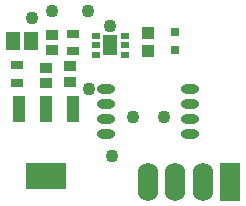
<source format=gts>
G04*
G04 #@! TF.GenerationSoftware,Altium Limited,Altium Designer,20.1.14 (287)*
G04*
G04 Layer_Color=8388736*
%FSLAX25Y25*%
%MOIN*%
G70*
G04*
G04 #@! TF.SameCoordinates,CC44B269-2998-40F0-A8BF-F6E1C517B7F2*
G04*
G04*
G04 #@! TF.FilePolarity,Negative*
G04*
G01*
G75*
%ADD17R,0.03150X0.03150*%
%ADD25R,0.04934X0.06115*%
%ADD26R,0.02965X0.02375*%
%ADD27R,0.04934X0.06706*%
%ADD28R,0.04147X0.03753*%
%ADD29R,0.04343X0.09068*%
%ADD30R,0.13398X0.09068*%
%ADD31R,0.04147X0.02572*%
%ADD32R,0.03950X0.03950*%
%ADD33O,0.06115X0.03162*%
%ADD34R,0.06800X0.12800*%
%ADD35O,0.06800X0.12800*%
%ADD36C,0.04300*%
D17*
X274500Y440594D02*
D03*
Y446500D02*
D03*
D25*
X220594Y443500D02*
D03*
X226500D02*
D03*
D26*
X248177Y438850D02*
D03*
Y442000D02*
D03*
Y445150D02*
D03*
X257823Y438850D02*
D03*
Y442000D02*
D03*
Y445150D02*
D03*
D27*
X253000Y442000D02*
D03*
D28*
X231500Y434500D02*
D03*
Y429382D02*
D03*
X233500Y445559D02*
D03*
Y440441D02*
D03*
X239500Y429882D02*
D03*
Y435000D02*
D03*
D29*
X240555Y420941D02*
D03*
X231500D02*
D03*
X222445D02*
D03*
D30*
X231500Y398500D02*
D03*
D31*
X240500Y440047D02*
D03*
Y445953D02*
D03*
X222000Y429547D02*
D03*
Y435453D02*
D03*
D32*
X265500Y446000D02*
D03*
Y440094D02*
D03*
D33*
X279378Y412500D02*
D03*
Y417500D02*
D03*
Y422500D02*
D03*
Y427500D02*
D03*
X251622Y412500D02*
D03*
Y417500D02*
D03*
Y422500D02*
D03*
Y427500D02*
D03*
D34*
X293000Y396500D02*
D03*
D35*
X265500D02*
D03*
X283833D02*
D03*
X274667D02*
D03*
D36*
X246000Y427500D02*
D03*
X227000Y451000D02*
D03*
X233500Y453500D02*
D03*
X245500D02*
D03*
X253000Y448500D02*
D03*
X253500Y405000D02*
D03*
X271000Y418000D02*
D03*
X260500D02*
D03*
M02*

</source>
